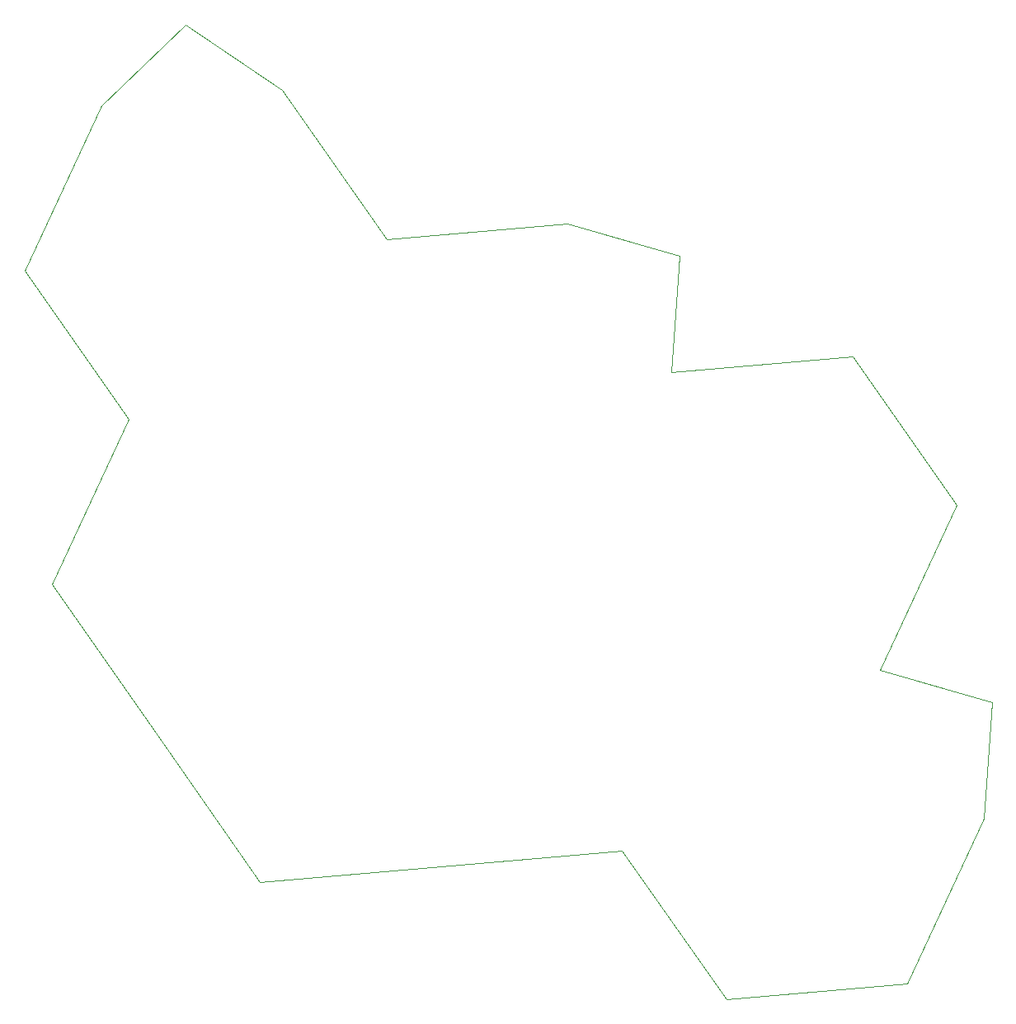
<source format=gbr>
%TF.GenerationSoftware,KiCad,Pcbnew,7.0.10-7.0.10~ubuntu22.04.1*%
%TF.CreationDate,2025-04-20T12:02:29+07:00*%
%TF.ProjectId,catan100,63617461-6e31-4303-902e-6b696361645f,rev?*%
%TF.SameCoordinates,Original*%
%TF.FileFunction,Profile,NP*%
%FSLAX46Y46*%
G04 Gerber Fmt 4.6, Leading zero omitted, Abs format (unit mm)*
G04 Created by KiCad (PCBNEW 7.0.10-7.0.10~ubuntu22.04.1) date 2025-04-20 12:02:29*
%MOMM*%
%LPD*%
G01*
G04 APERTURE LIST*
%TA.AperFunction,Profile*%
%ADD10C,0.050000*%
%TD*%
G04 APERTURE END LIST*
D10*
X171701953Y-39059846D02*
X182393953Y-54339846D01*
X200972953Y-52720846D01*
X212494953Y-56030846D01*
X211664953Y-68000846D01*
X230243953Y-66381846D01*
X240935953Y-81661846D01*
X233048953Y-98561846D01*
X244571953Y-101871846D01*
X243740953Y-113841846D01*
X235853953Y-130740846D01*
X217274953Y-132360846D01*
X206582953Y-117080846D01*
X188003953Y-118699846D01*
X169387953Y-120331846D01*
X158732953Y-105038846D01*
X148040953Y-89758846D01*
X155927953Y-72858846D01*
X145235953Y-57578846D01*
X153122953Y-40678846D01*
X161758953Y-32360846D01*
X171701953Y-39059846D01*
M02*

</source>
